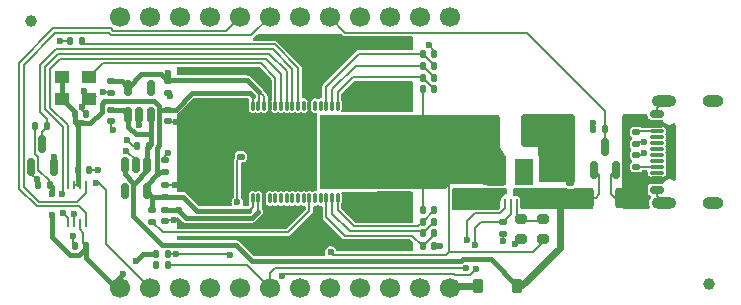
<source format=gtl>
G04 #@! TF.GenerationSoftware,KiCad,Pcbnew,8.0.1-8.0.1-1~ubuntu22.04.1*
G04 #@! TF.CreationDate,2024-08-12T13:14:35+02:00*
G04 #@! TF.ProjectId,NerdNOS,4e657264-4e4f-4532-9e6b-696361645f70,rev?*
G04 #@! TF.SameCoordinates,Original*
G04 #@! TF.FileFunction,Copper,L1,Top*
G04 #@! TF.FilePolarity,Positive*
%FSLAX46Y46*%
G04 Gerber Fmt 4.6, Leading zero omitted, Abs format (unit mm)*
G04 Created by KiCad (PCBNEW 8.0.1-8.0.1-1~ubuntu22.04.1) date 2024-08-12 13:14:35*
%MOMM*%
%LPD*%
G01*
G04 APERTURE LIST*
G04 Aperture macros list*
%AMRoundRect*
0 Rectangle with rounded corners*
0 $1 Rounding radius*
0 $2 $3 $4 $5 $6 $7 $8 $9 X,Y pos of 4 corners*
0 Add a 4 corners polygon primitive as box body*
4,1,4,$2,$3,$4,$5,$6,$7,$8,$9,$2,$3,0*
0 Add four circle primitives for the rounded corners*
1,1,$1+$1,$2,$3*
1,1,$1+$1,$4,$5*
1,1,$1+$1,$6,$7*
1,1,$1+$1,$8,$9*
0 Add four rect primitives between the rounded corners*
20,1,$1+$1,$2,$3,$4,$5,0*
20,1,$1+$1,$4,$5,$6,$7,0*
20,1,$1+$1,$6,$7,$8,$9,0*
20,1,$1+$1,$8,$9,$2,$3,0*%
%AMFreePoly0*
4,1,15,0.487499,0.487500,0.487499,0.321501,0.516499,0.250500,0.805500,-0.038499,0.876498,-0.067500,0.922500,-0.067498,1.022500,-0.167500,1.022500,-0.487499,0.922500,-0.587499,-0.487500,-0.587499,-0.587500,-0.487499,-0.587500,0.487500,-0.487500,0.587500,0.387500,0.587502,0.487499,0.487500,0.487499,0.487500,$1*%
%AMFreePoly1*
4,1,15,0.487500,0.587500,0.587500,0.487500,0.587500,-0.487499,0.487500,-0.587499,-0.922500,-0.587499,-1.022500,-0.487499,-1.022500,-0.167500,-0.922500,-0.067498,-0.876498,-0.067500,-0.805500,-0.038499,-0.516499,0.250500,-0.487499,0.321501,-0.487499,0.487500,-0.387500,0.587502,0.487500,0.587500,0.487500,0.587500,$1*%
G04 Aperture macros list end*
G04 #@! TA.AperFunction,SMDPad,CuDef*
%ADD10RoundRect,0.150000X0.150000X-0.512500X0.150000X0.512500X-0.150000X0.512500X-0.150000X-0.512500X0*%
G04 #@! TD*
G04 #@! TA.AperFunction,SMDPad,CuDef*
%ADD11RoundRect,0.135000X0.185000X-0.135000X0.185000X0.135000X-0.185000X0.135000X-0.185000X-0.135000X0*%
G04 #@! TD*
G04 #@! TA.AperFunction,SMDPad,CuDef*
%ADD12RoundRect,0.140000X-0.170000X0.140000X-0.170000X-0.140000X0.170000X-0.140000X0.170000X0.140000X0*%
G04 #@! TD*
G04 #@! TA.AperFunction,SMDPad,CuDef*
%ADD13RoundRect,0.140000X0.140000X0.170000X-0.140000X0.170000X-0.140000X-0.170000X0.140000X-0.170000X0*%
G04 #@! TD*
G04 #@! TA.AperFunction,SMDPad,CuDef*
%ADD14RoundRect,0.140000X-0.140000X-0.170000X0.140000X-0.170000X0.140000X0.170000X-0.140000X0.170000X0*%
G04 #@! TD*
G04 #@! TA.AperFunction,SMDPad,CuDef*
%ADD15RoundRect,0.140000X0.170000X-0.140000X0.170000X0.140000X-0.170000X0.140000X-0.170000X-0.140000X0*%
G04 #@! TD*
G04 #@! TA.AperFunction,SMDPad,CuDef*
%ADD16RoundRect,0.150000X0.150000X-0.587500X0.150000X0.587500X-0.150000X0.587500X-0.150000X-0.587500X0*%
G04 #@! TD*
G04 #@! TA.AperFunction,SMDPad,CuDef*
%ADD17RoundRect,0.135000X-0.185000X0.135000X-0.185000X-0.135000X0.185000X-0.135000X0.185000X0.135000X0*%
G04 #@! TD*
G04 #@! TA.AperFunction,SMDPad,CuDef*
%ADD18RoundRect,0.225000X-0.225000X-0.375000X0.225000X-0.375000X0.225000X0.375000X-0.225000X0.375000X0*%
G04 #@! TD*
G04 #@! TA.AperFunction,SMDPad,CuDef*
%ADD19FreePoly0,180.000000*%
G04 #@! TD*
G04 #@! TA.AperFunction,SMDPad,CuDef*
%ADD20R,1.500000X2.300000*%
G04 #@! TD*
G04 #@! TA.AperFunction,SMDPad,CuDef*
%ADD21FreePoly1,180.000000*%
G04 #@! TD*
G04 #@! TA.AperFunction,SMDPad,CuDef*
%ADD22R,0.220000X0.599999*%
G04 #@! TD*
G04 #@! TA.AperFunction,SMDPad,CuDef*
%ADD23RoundRect,0.150000X0.425000X-0.150000X0.425000X0.150000X-0.425000X0.150000X-0.425000X-0.150000X0*%
G04 #@! TD*
G04 #@! TA.AperFunction,SMDPad,CuDef*
%ADD24RoundRect,0.075000X0.500000X-0.075000X0.500000X0.075000X-0.500000X0.075000X-0.500000X-0.075000X0*%
G04 #@! TD*
G04 #@! TA.AperFunction,ComponentPad*
%ADD25O,2.100000X1.000000*%
G04 #@! TD*
G04 #@! TA.AperFunction,ComponentPad*
%ADD26O,1.800000X1.000000*%
G04 #@! TD*
G04 #@! TA.AperFunction,SMDPad,CuDef*
%ADD27RoundRect,0.135000X-0.135000X-0.185000X0.135000X-0.185000X0.135000X0.185000X-0.135000X0.185000X0*%
G04 #@! TD*
G04 #@! TA.AperFunction,SMDPad,CuDef*
%ADD28RoundRect,0.135000X0.135000X0.185000X-0.135000X0.185000X-0.135000X-0.185000X0.135000X-0.185000X0*%
G04 #@! TD*
G04 #@! TA.AperFunction,SMDPad,CuDef*
%ADD29R,1.300000X1.100000*%
G04 #@! TD*
G04 #@! TA.AperFunction,SMDPad,CuDef*
%ADD30C,1.000000*%
G04 #@! TD*
G04 #@! TA.AperFunction,SMDPad,CuDef*
%ADD31RoundRect,0.250000X-0.325000X-1.100000X0.325000X-1.100000X0.325000X1.100000X-0.325000X1.100000X0*%
G04 #@! TD*
G04 #@! TA.AperFunction,SMDPad,CuDef*
%ADD32RoundRect,0.250000X-0.312500X-0.625000X0.312500X-0.625000X0.312500X0.625000X-0.312500X0.625000X0*%
G04 #@! TD*
G04 #@! TA.AperFunction,SMDPad,CuDef*
%ADD33RoundRect,0.200000X-0.275000X0.200000X-0.275000X-0.200000X0.275000X-0.200000X0.275000X0.200000X0*%
G04 #@! TD*
G04 #@! TA.AperFunction,SMDPad,CuDef*
%ADD34RoundRect,0.200000X0.275000X-0.200000X0.275000X0.200000X-0.275000X0.200000X-0.275000X-0.200000X0*%
G04 #@! TD*
G04 #@! TA.AperFunction,SMDPad,CuDef*
%ADD35RoundRect,0.135000X-0.000010X0.295000X-0.000010X-0.295000X0.000010X-0.295000X0.000010X0.295000X0*%
G04 #@! TD*
G04 #@! TA.AperFunction,SMDPad,CuDef*
%ADD36R,1.850000X6.300000*%
G04 #@! TD*
G04 #@! TA.AperFunction,SMDPad,CuDef*
%ADD37R,5.550000X6.300000*%
G04 #@! TD*
G04 #@! TA.AperFunction,SMDPad,CuDef*
%ADD38R,0.254000X0.762000*%
G04 #@! TD*
G04 #@! TA.AperFunction,SMDPad,CuDef*
%ADD39RoundRect,0.150000X-0.150000X0.512500X-0.150000X-0.512500X0.150000X-0.512500X0.150000X0.512500X0*%
G04 #@! TD*
G04 #@! TA.AperFunction,SMDPad,CuDef*
%ADD40RoundRect,0.250000X0.475000X-0.250000X0.475000X0.250000X-0.475000X0.250000X-0.475000X-0.250000X0*%
G04 #@! TD*
G04 #@! TA.AperFunction,SMDPad,CuDef*
%ADD41RoundRect,0.225000X-0.250000X0.225000X-0.250000X-0.225000X0.250000X-0.225000X0.250000X0.225000X0*%
G04 #@! TD*
G04 #@! TA.AperFunction,ComponentPad*
%ADD42C,1.700000*%
G04 #@! TD*
G04 #@! TA.AperFunction,ViaPad*
%ADD43C,0.600000*%
G04 #@! TD*
G04 #@! TA.AperFunction,Conductor*
%ADD44C,0.200000*%
G04 #@! TD*
G04 #@! TA.AperFunction,Conductor*
%ADD45C,0.400000*%
G04 #@! TD*
G04 #@! TA.AperFunction,Conductor*
%ADD46C,0.600000*%
G04 #@! TD*
G04 APERTURE END LIST*
D10*
X90150001Y-63037500D03*
X91100000Y-63037500D03*
X92049999Y-63037500D03*
X92049999Y-60762500D03*
X90150001Y-60762500D03*
D11*
X133165000Y-65550000D03*
X133165000Y-64530000D03*
D12*
X93500000Y-62620000D03*
X93500000Y-63580000D03*
D13*
X116080000Y-59900000D03*
X115120000Y-59900000D03*
D14*
X85620000Y-74200000D03*
X86580000Y-74200000D03*
D15*
X127600000Y-69780000D03*
X127600000Y-68820000D03*
D16*
X81950000Y-67437500D03*
X83850000Y-67437500D03*
X82900000Y-65562500D03*
D13*
X116080000Y-57880000D03*
X115120000Y-57880000D03*
D17*
X133165000Y-66430000D03*
X133165000Y-67450000D03*
D12*
X88700000Y-62620000D03*
X88700000Y-63580000D03*
D11*
X92200000Y-72109999D03*
X92200000Y-71090001D03*
D18*
X119812500Y-77510000D03*
X123112500Y-77510000D03*
D19*
X123862500Y-69877499D03*
D20*
X123700001Y-67890000D03*
X121400001Y-67890000D03*
D21*
X121250001Y-69865000D03*
D22*
X122050002Y-70464999D03*
X122550001Y-70464999D03*
X123050000Y-70464999D03*
D23*
X134910000Y-69390000D03*
X134910000Y-68590000D03*
D24*
X134910000Y-67440000D03*
X134910000Y-66440000D03*
X134910000Y-65940000D03*
X134910000Y-64940000D03*
D23*
X134910000Y-62990000D03*
X134910000Y-63790000D03*
D24*
X134910000Y-64440000D03*
X134910000Y-65440000D03*
X134910000Y-66940000D03*
X134910000Y-67940000D03*
D25*
X135485000Y-70510000D03*
D26*
X139665000Y-70510000D03*
D25*
X135485000Y-61870000D03*
D26*
X139665000Y-61870000D03*
D14*
X115120000Y-74200000D03*
X116080000Y-74200000D03*
D15*
X93300000Y-69980000D03*
X93300000Y-69020000D03*
D27*
X129490000Y-64250000D03*
X130510000Y-64250000D03*
D14*
X115120000Y-73100000D03*
X116080000Y-73100000D03*
D28*
X93510000Y-74800000D03*
X92490000Y-74800000D03*
D13*
X116080000Y-58900000D03*
X115120000Y-58900000D03*
D27*
X92480002Y-75800000D03*
X93500000Y-75800000D03*
D29*
X84550000Y-61750000D03*
X86850000Y-61750000D03*
X86850000Y-59850000D03*
X84550000Y-59850000D03*
D13*
X86600000Y-63000000D03*
X85640000Y-63000000D03*
D30*
X139300000Y-77400000D03*
D31*
X121045000Y-64390000D03*
X123995000Y-64390000D03*
D15*
X93300000Y-67880000D03*
X93300000Y-66920000D03*
D14*
X85920000Y-67700000D03*
X86880000Y-67700000D03*
D32*
X129037500Y-70100000D03*
X131962500Y-70100000D03*
D12*
X93500000Y-60220000D03*
X93500000Y-61180000D03*
D33*
X123400000Y-71905000D03*
X123400000Y-73555000D03*
D28*
X83300000Y-64000000D03*
X82280000Y-64000000D03*
D34*
X125270000Y-73550000D03*
X125270000Y-71900000D03*
D35*
X107900000Y-62265400D03*
X107420000Y-62265400D03*
X106940000Y-62265400D03*
X106460000Y-62265400D03*
X105980000Y-62265400D03*
X105500000Y-62265400D03*
X105020000Y-62265400D03*
X104540000Y-62265400D03*
X104060000Y-62265400D03*
X103580000Y-62265400D03*
X103100000Y-62265400D03*
X102620000Y-62265400D03*
X102140000Y-62265400D03*
X101660000Y-62265400D03*
X101180000Y-62265400D03*
X100700000Y-62265400D03*
X100700000Y-70134600D03*
X101180000Y-70134600D03*
X101660000Y-70134600D03*
X102140000Y-70134600D03*
X102620000Y-70134600D03*
X103100000Y-70134600D03*
X103580000Y-70134600D03*
X104060000Y-70134600D03*
X104540000Y-70134600D03*
X105020000Y-70134600D03*
X105500000Y-70134600D03*
X105980000Y-70134600D03*
X106460000Y-70134600D03*
X106940000Y-70134600D03*
X107420000Y-70134600D03*
X107900000Y-70134600D03*
D36*
X107300000Y-66200000D03*
D37*
X103100000Y-66200000D03*
D38*
X85049811Y-72174800D03*
X85549937Y-72174800D03*
X86050063Y-72174800D03*
X86550189Y-72174800D03*
X86550189Y-69025200D03*
X86050063Y-69025200D03*
X85549937Y-69025200D03*
X85049811Y-69025200D03*
D13*
X91880000Y-65700000D03*
X90920000Y-65700000D03*
D12*
X88700000Y-60220000D03*
X88700000Y-61180000D03*
D14*
X115120000Y-72100000D03*
X116080000Y-72100000D03*
D27*
X85190000Y-56800000D03*
X86210000Y-56800000D03*
D14*
X115120000Y-71100000D03*
X116080000Y-71100000D03*
D17*
X99700000Y-65590000D03*
X99700000Y-66610000D03*
D39*
X91749999Y-67262500D03*
X90800000Y-67262500D03*
X89850001Y-67262500D03*
X89850001Y-69537500D03*
X91749999Y-69537500D03*
D16*
X129580000Y-67687500D03*
X131480000Y-67687500D03*
X130530000Y-65812500D03*
D13*
X116080000Y-60900000D03*
X115120000Y-60900000D03*
D12*
X93300000Y-71120000D03*
X93300000Y-72080000D03*
D40*
X125980000Y-69910000D03*
X125980000Y-68010000D03*
D30*
X81900000Y-55100000D03*
D41*
X119090000Y-68315000D03*
X119090000Y-69865000D03*
D28*
X83510000Y-69000000D03*
X82490000Y-69000000D03*
D17*
X121900000Y-72090000D03*
X121900000Y-73110000D03*
D42*
X89440000Y-77690000D03*
X91980000Y-77690000D03*
X94520000Y-77690000D03*
X97060000Y-77690000D03*
X99600000Y-77690000D03*
X102140000Y-77690000D03*
X104680000Y-77690000D03*
X107220000Y-77690000D03*
X109760000Y-77690000D03*
X112300000Y-77690000D03*
X114840000Y-77690000D03*
X117380000Y-77690000D03*
X117380000Y-54770000D03*
X114840000Y-54770000D03*
X112300000Y-54770000D03*
X109760000Y-54770000D03*
X107220000Y-54770000D03*
X104680000Y-54770000D03*
X102140000Y-54770000D03*
X99600000Y-54770000D03*
X97060000Y-54770000D03*
X94520000Y-54770000D03*
X91980000Y-54770000D03*
X89440000Y-54770000D03*
D43*
X87600000Y-67700000D03*
X99400000Y-65100000D03*
X104050000Y-65700000D03*
X101050000Y-64700000D03*
X126970000Y-64480000D03*
X105050000Y-66700000D03*
X85450063Y-73288993D03*
X115612851Y-57176045D03*
X129550000Y-63749990D03*
X104050000Y-64700000D03*
X105050000Y-63700000D03*
X126300000Y-65250000D03*
X120220000Y-69580000D03*
X101050000Y-68700000D03*
X84400000Y-56800000D03*
X102050000Y-66700000D03*
X103050000Y-63700000D03*
X107000000Y-57000000D03*
X90100000Y-65200000D03*
X119930000Y-70800000D03*
X113000000Y-62000000D03*
X117890000Y-70830000D03*
X103050000Y-68700000D03*
X103050000Y-64700000D03*
X105050000Y-68700000D03*
X125670000Y-64480000D03*
X104050000Y-63700000D03*
X104050000Y-66700000D03*
X101050000Y-65700000D03*
X88000000Y-61100000D03*
X85546787Y-71457468D03*
X101050000Y-63700000D03*
X93677036Y-61494171D03*
X116600000Y-74200000D03*
X102050000Y-64700000D03*
X122930000Y-74010000D03*
X86255604Y-62397971D03*
X103000000Y-74000000D03*
X94000000Y-72000000D03*
X103050000Y-66700000D03*
X105050000Y-67700000D03*
X133800000Y-66290000D03*
X94200000Y-63700000D03*
X105050000Y-64700000D03*
X94100000Y-69000000D03*
X126300000Y-63700000D03*
X102050000Y-68700000D03*
X91100000Y-63900000D03*
X96000000Y-64000000D03*
X86400000Y-61000000D03*
X117890000Y-69600000D03*
X125670000Y-65980000D03*
X101050000Y-67700000D03*
X104050000Y-68700000D03*
X121110000Y-70780000D03*
X109000000Y-57000000D03*
X103050000Y-67700000D03*
X101000000Y-74000000D03*
X104050000Y-67700000D03*
X88900000Y-64300000D03*
X126300000Y-66800000D03*
X96000000Y-66000000D03*
X93500000Y-66300000D03*
X105000000Y-74000000D03*
X102050000Y-67700000D03*
X105050000Y-65700000D03*
X133800000Y-65390000D03*
X105000000Y-57000000D03*
X121900000Y-73700000D03*
X102050000Y-63700000D03*
X101050000Y-66700000D03*
X90000000Y-66100000D03*
X126970000Y-65980000D03*
X96000000Y-68000000D03*
X102050000Y-65700000D03*
X103050000Y-65700000D03*
X83900000Y-66600000D03*
X113000000Y-70000000D03*
X93500000Y-59500000D03*
X94425735Y-71074265D03*
X107300000Y-74700000D03*
X83700000Y-71500000D03*
X90856372Y-75393628D03*
X89725000Y-76525000D03*
X83700000Y-69800000D03*
X103200000Y-76700000D03*
X119631266Y-76072899D03*
X119500000Y-74100000D03*
X99400000Y-70460000D03*
X98800000Y-74890000D03*
X94190000Y-74860000D03*
X84640790Y-71400000D03*
X84553031Y-69742747D03*
X82400000Y-68500000D03*
X87470000Y-68800000D03*
X118817720Y-73633399D03*
X118800000Y-76000000D03*
D44*
X121900000Y-72090000D02*
X120010000Y-72090000D01*
X120010000Y-72090000D02*
X119500000Y-72600000D01*
X119500000Y-72600000D02*
X119500000Y-74100000D01*
D45*
X92790000Y-65638528D02*
X92590000Y-65838528D01*
X85640000Y-63000000D02*
X85640000Y-62840000D01*
X92200000Y-69987501D02*
X92200000Y-71090001D01*
X86222444Y-63700000D02*
X86232444Y-63710000D01*
X91749999Y-69537500D02*
X91749999Y-68980001D01*
X93300000Y-67880000D02*
X92869999Y-67880000D01*
X92790000Y-62333027D02*
X92790000Y-65638528D01*
X93500000Y-62620000D02*
X92935551Y-62620000D01*
X92630000Y-68100000D02*
X92649999Y-68100000D01*
X88087500Y-61912500D02*
X92369473Y-61912500D01*
X85640000Y-62840000D02*
X84550000Y-61750000D01*
X85920000Y-63980000D02*
X85920000Y-65200000D01*
D44*
X100700000Y-70850000D02*
X100700000Y-70134600D01*
D45*
X91749999Y-68980001D02*
X92630000Y-68100000D01*
X93300000Y-69980000D02*
X92192499Y-69980000D01*
X92869999Y-67880000D02*
X92649999Y-68100000D01*
X94790000Y-69980000D02*
X95990000Y-71180000D01*
X85640000Y-63700000D02*
X86222444Y-63700000D01*
X100450000Y-61220000D02*
X95570000Y-61220000D01*
X85640000Y-63000000D02*
X85640000Y-63700000D01*
X86232444Y-63710000D02*
X86967556Y-63710000D01*
X87900000Y-62100000D02*
X88087500Y-61912500D01*
X93300000Y-69980000D02*
X94790000Y-69980000D01*
D44*
X100700000Y-62265400D02*
X100700000Y-61470000D01*
X85549937Y-69025200D02*
X86050063Y-69025200D01*
D45*
X95990000Y-71180000D02*
X100370000Y-71180000D01*
X95570000Y-61220000D02*
X94170000Y-62620000D01*
D44*
X100370000Y-71180000D02*
X100700000Y-70850000D01*
D45*
X92590000Y-65838528D02*
X92590000Y-68040001D01*
X86967556Y-63710000D02*
X87900000Y-62777556D01*
X92590000Y-68040001D02*
X92649999Y-68100000D01*
X85920000Y-65200000D02*
X85920000Y-68895137D01*
X85640000Y-63700000D02*
X85920000Y-63980000D01*
X92192499Y-69980000D02*
X91749999Y-69537500D01*
X92369473Y-61912500D02*
X92790000Y-62333027D01*
X100700000Y-61470000D02*
X100450000Y-61220000D01*
X84550000Y-59850000D02*
X84550000Y-61750000D01*
X94170000Y-62620000D02*
X93500000Y-62620000D01*
X87900000Y-62777556D02*
X87900000Y-62100000D01*
D44*
X99400000Y-65290000D02*
X99400000Y-65100000D01*
X133800000Y-65390000D02*
X133325000Y-65390000D01*
X90800000Y-67262500D02*
X90800000Y-66900000D01*
X94100000Y-69000000D02*
X93320000Y-69000000D01*
X134910000Y-69390000D02*
X134910000Y-69935000D01*
X116080000Y-57643194D02*
X116080000Y-57880000D01*
X83850000Y-67437500D02*
X83850000Y-66650000D01*
X86255604Y-62655604D02*
X86600000Y-63000000D01*
X93380000Y-72000000D02*
X93300000Y-72080000D01*
X102050000Y-67450000D02*
X102050000Y-67250000D01*
X93620000Y-63700000D02*
X93500000Y-63580000D01*
X91100000Y-63037500D02*
X91100000Y-63900000D01*
X90800000Y-66900000D02*
X90000000Y-66100000D01*
X101660000Y-68840000D02*
X102050000Y-68450000D01*
X83850000Y-66650000D02*
X83900000Y-66600000D01*
X103050000Y-66250000D02*
X103100000Y-66200000D01*
X101660000Y-70134600D02*
X101660000Y-69090000D01*
X102050000Y-68450000D02*
X101660000Y-68060000D01*
X115612851Y-57176045D02*
X116080000Y-57643194D01*
X88000000Y-61100000D02*
X88620000Y-61100000D01*
X93677036Y-61357036D02*
X93500000Y-61180000D01*
X94000000Y-72000000D02*
X93380000Y-72000000D01*
X105500000Y-62265400D02*
X105500000Y-63250000D01*
X84400000Y-56800000D02*
X85190000Y-56800000D01*
X85450063Y-73288993D02*
X85450063Y-74030063D01*
X122930000Y-74010000D02*
X122945000Y-74010000D01*
X133800000Y-66290000D02*
X133660000Y-66430000D01*
X86255604Y-62397971D02*
X86255604Y-62655604D01*
X88700000Y-63580000D02*
X88700000Y-64100000D01*
X134910000Y-62990000D02*
X134910000Y-62445000D01*
X102850000Y-66450000D02*
X103050000Y-66450000D01*
X121900000Y-73110000D02*
X121900000Y-73700000D01*
X102140000Y-63610000D02*
X102050000Y-63700000D01*
X129550000Y-64070000D02*
X129550000Y-63749990D01*
X122945000Y-74010000D02*
X123400000Y-73555000D01*
X93300000Y-66920000D02*
X93300000Y-66500000D01*
X102140000Y-62265400D02*
X102140000Y-63610000D01*
X105500000Y-63250000D02*
X105050000Y-63700000D01*
X85450063Y-74030063D02*
X85620000Y-74200000D01*
X86880000Y-67700000D02*
X87600000Y-67700000D01*
X93300000Y-66500000D02*
X93500000Y-66300000D01*
X93320000Y-69000000D02*
X93300000Y-69020000D01*
X93677036Y-61494171D02*
X93677036Y-61357036D01*
X86400000Y-61000000D02*
X86400000Y-61080000D01*
X101850000Y-67450000D02*
X102050000Y-67450000D01*
X133660000Y-66430000D02*
X133165000Y-66430000D01*
X88700000Y-64100000D02*
X88900000Y-64300000D01*
X99700000Y-65590000D02*
X99400000Y-65290000D01*
X101660000Y-69090000D02*
X102050000Y-68700000D01*
X101660000Y-68060000D02*
X101660000Y-67640000D01*
X88620000Y-61100000D02*
X88700000Y-61180000D01*
X102050000Y-67250000D02*
X102850000Y-66450000D01*
X103050000Y-66450000D02*
X103050000Y-66250000D01*
X101660000Y-67640000D02*
X101850000Y-67450000D01*
X116080000Y-74200000D02*
X116600000Y-74200000D01*
X134910000Y-69935000D02*
X135485000Y-70510000D01*
X90600000Y-65700000D02*
X90100000Y-65200000D01*
X94200000Y-63700000D02*
X93620000Y-63700000D01*
X134910000Y-62445000D02*
X135485000Y-61870000D01*
X86810000Y-61490000D02*
X87400000Y-61490000D01*
X86400000Y-61080000D02*
X86810000Y-61490000D01*
X85549937Y-71460618D02*
X85546787Y-71457468D01*
X85549937Y-72174800D02*
X85549937Y-71460618D01*
X90920000Y-65700000D02*
X90600000Y-65700000D01*
X106895000Y-60665000D02*
X106895000Y-62220400D01*
X115120000Y-57880000D02*
X109680000Y-57880000D01*
X106895000Y-62220400D02*
X106940000Y-62265400D01*
X116080000Y-58840000D02*
X115120000Y-57880000D01*
X116080000Y-58900000D02*
X116080000Y-58840000D01*
X109680000Y-57880000D02*
X106895000Y-60665000D01*
X107420000Y-60870000D02*
X107420000Y-62265400D01*
X115120000Y-58900000D02*
X115100000Y-58880000D01*
X115100000Y-58880000D02*
X109410000Y-58880000D01*
X116080000Y-59860000D02*
X115120000Y-58900000D01*
X115120000Y-58900000D02*
X115020000Y-58800000D01*
X116080000Y-59900000D02*
X116080000Y-59860000D01*
X109410000Y-58880000D02*
X107420000Y-60870000D01*
D45*
X90150001Y-60762500D02*
X91282501Y-59630000D01*
X93500000Y-60220000D02*
X93600000Y-60120000D01*
X93300000Y-71120000D02*
X94380000Y-71120000D01*
X93600000Y-60120000D02*
X100198528Y-60120000D01*
X94380000Y-71120000D02*
X95050000Y-71790000D01*
D44*
X101351471Y-61180000D02*
X101660000Y-61488529D01*
D45*
X94425735Y-71074265D02*
X94380000Y-71120000D01*
X89607501Y-60220000D02*
X90150001Y-60762500D01*
D44*
X101219264Y-62226136D02*
X101219264Y-61140736D01*
D45*
X93500000Y-60220000D02*
X93500000Y-59500000D01*
X91282501Y-59630000D02*
X92910000Y-59630000D01*
D44*
X101219264Y-61140736D02*
X101258528Y-61180000D01*
X101180000Y-71080000D02*
X101180000Y-70134600D01*
X101660000Y-61488529D02*
X101660000Y-62265400D01*
D45*
X100198528Y-60120000D02*
X101219264Y-61140736D01*
X92910000Y-59630000D02*
X93500000Y-60220000D01*
X100630000Y-71790000D02*
X101180000Y-71240000D01*
X95050000Y-71790000D02*
X100630000Y-71790000D01*
X88700000Y-60220000D02*
X89607501Y-60220000D01*
D44*
X101258528Y-61180000D02*
X101351471Y-61180000D01*
X101180000Y-71240000D02*
X101180000Y-71080000D01*
X101180000Y-62265400D02*
X101219264Y-62226136D01*
X107900000Y-61150000D02*
X107900000Y-62265400D01*
X116080000Y-60860000D02*
X115120000Y-59900000D01*
X116080000Y-60900000D02*
X116080000Y-60860000D01*
X115100000Y-59880000D02*
X109170000Y-59880000D01*
X115120000Y-59900000D02*
X115100000Y-59880000D01*
X109170000Y-59880000D02*
X107900000Y-61150000D01*
X115120000Y-63180000D02*
X115100000Y-63200000D01*
X115120000Y-60900000D02*
X115120000Y-63180000D01*
X115120000Y-71100000D02*
X115120000Y-68820000D01*
X117290000Y-74690000D02*
X117290000Y-68900000D01*
X125300000Y-73812500D02*
X124412500Y-74700000D01*
X124412500Y-74700000D02*
X117300000Y-74700000D01*
X117100000Y-74900000D02*
X117300000Y-74700000D01*
X115120000Y-68820000D02*
X115100000Y-68800000D01*
X107300000Y-74700000D02*
X107500000Y-74900000D01*
X117300000Y-74700000D02*
X117290000Y-74690000D01*
X107500000Y-74900000D02*
X117100000Y-74900000D01*
X114720000Y-72500000D02*
X115120000Y-72100000D01*
X109300000Y-72500000D02*
X114720000Y-72500000D01*
X116080000Y-71100000D02*
X116080000Y-71140000D01*
X107900000Y-71100000D02*
X109300000Y-72500000D01*
X107900000Y-70134600D02*
X107900000Y-71100000D01*
X116080000Y-71140000D02*
X115120000Y-72100000D01*
X107420000Y-70134600D02*
X107420000Y-71410000D01*
X116080000Y-72100000D02*
X116080000Y-72140000D01*
X116080000Y-72140000D02*
X115120000Y-73100000D01*
X108910000Y-72900000D02*
X114920000Y-72900000D01*
X107420000Y-71410000D02*
X108910000Y-72900000D01*
X114920000Y-72900000D02*
X115120000Y-73100000D01*
X116080000Y-73240000D02*
X115120000Y-74200000D01*
X114220000Y-73300000D02*
X115120000Y-74200000D01*
X106940000Y-70134600D02*
X106940000Y-71740000D01*
X108500000Y-73300000D02*
X114220000Y-73300000D01*
X116080000Y-73100000D02*
X116080000Y-73240000D01*
X106940000Y-71740000D02*
X108500000Y-73300000D01*
D45*
X100600000Y-75400000D02*
X118359033Y-75400000D01*
D46*
X126700000Y-72900000D02*
X126700000Y-74300000D01*
D45*
X90780000Y-64680000D02*
X90150001Y-64050001D01*
D46*
X125980000Y-69910000D02*
X127470000Y-69910000D01*
D45*
X89850001Y-68093026D02*
X90550000Y-68793025D01*
X90550000Y-71610000D02*
X92990000Y-74050000D01*
X91749999Y-67262500D02*
X91749999Y-67756975D01*
X90713949Y-68793025D02*
X90550000Y-68793025D01*
X92990000Y-74050000D02*
X99250000Y-74050000D01*
D44*
X130060000Y-68167500D02*
X129580000Y-67687500D01*
D45*
X92049999Y-65530001D02*
X91880000Y-65700000D01*
X90780000Y-64680000D02*
X92039999Y-64680000D01*
D46*
X126700000Y-72400000D02*
X126700000Y-72900000D01*
D45*
X90550000Y-68793025D02*
X90550000Y-71610000D01*
D46*
X125600000Y-69850000D02*
X126700000Y-70950000D01*
D45*
X91749999Y-67262500D02*
X91749999Y-65830001D01*
D46*
X126700000Y-70950000D02*
X126700000Y-72400000D01*
D45*
X118509033Y-75250000D02*
X120852500Y-75250000D01*
D46*
X123895001Y-69910000D02*
X123862500Y-69877499D01*
D44*
X129037500Y-70100000D02*
X129730000Y-70100000D01*
D46*
X129037500Y-70100000D02*
X127920000Y-70100000D01*
D45*
X91749999Y-65830001D02*
X91880000Y-65700000D01*
D44*
X129730000Y-70100000D02*
X130060000Y-69770000D01*
D45*
X91749999Y-67756975D02*
X90713949Y-68793025D01*
X92049999Y-64690000D02*
X92049999Y-65530001D01*
X92049999Y-63037500D02*
X92070000Y-63057501D01*
X99250000Y-74050000D02*
X100600000Y-75400000D01*
D46*
X126700000Y-74300000D02*
X123500000Y-77500000D01*
D44*
X130060000Y-69770000D02*
X130060000Y-68167500D01*
D45*
X89850001Y-67262500D02*
X89850001Y-68093026D01*
X92049999Y-63037500D02*
X92049999Y-64690000D01*
D46*
X127920000Y-70100000D02*
X127600000Y-69780000D01*
D45*
X90150001Y-64050001D02*
X90150001Y-63037500D01*
X88700000Y-62620000D02*
X89732501Y-62620000D01*
X92039999Y-64680000D02*
X92049999Y-64690000D01*
X89732501Y-62620000D02*
X90150001Y-63037500D01*
X118359033Y-75400000D02*
X118509033Y-75250000D01*
D46*
X125980000Y-69910000D02*
X123895001Y-69910000D01*
X127470000Y-69910000D02*
X127600000Y-69780000D01*
D45*
X120852500Y-75250000D02*
X123112500Y-77510000D01*
X88750000Y-77500000D02*
X88750000Y-77350000D01*
X89725000Y-76525000D02*
X88750000Y-77500000D01*
X83700000Y-73430000D02*
X85200000Y-74930000D01*
X85200000Y-74930000D02*
X86000000Y-74930000D01*
X83700000Y-69800000D02*
X83700000Y-69190000D01*
D44*
X86050063Y-72763527D02*
X86304837Y-73018301D01*
D45*
X83700000Y-71500000D02*
X83700000Y-73430000D01*
D44*
X83510000Y-69000000D02*
X83510000Y-68680001D01*
D45*
X88750000Y-77350000D02*
X86580000Y-75180000D01*
D44*
X86050063Y-72174800D02*
X86050063Y-72763527D01*
D45*
X86580000Y-75180000D02*
X86580000Y-74200000D01*
X91420000Y-74830000D02*
X92320000Y-74830000D01*
X83700000Y-69190000D02*
X83510000Y-69000000D01*
D44*
X83510000Y-68680001D02*
X82550000Y-67720001D01*
X82290000Y-66330552D02*
X82290000Y-64100000D01*
D45*
X86580000Y-74350000D02*
X86580000Y-74200000D01*
X86000000Y-74930000D02*
X86580000Y-74350000D01*
D44*
X86304837Y-73924837D02*
X86580000Y-74200000D01*
X82550000Y-66590552D02*
X82290000Y-66330552D01*
X82550000Y-67720001D02*
X82550000Y-66590552D01*
X86304837Y-73018301D02*
X86304837Y-73924837D01*
D45*
X90856372Y-75393628D02*
X91420000Y-74830000D01*
D44*
X117820000Y-76600000D02*
X117760000Y-76540000D01*
X117760000Y-76540000D02*
X103360000Y-76540000D01*
X119631266Y-76072899D02*
X119104165Y-76600000D01*
X103360000Y-76540000D02*
X103200000Y-76700000D01*
X119104165Y-76600000D02*
X117820000Y-76600000D01*
X123050000Y-71555000D02*
X123050000Y-70464999D01*
X123512500Y-72017500D02*
X123050000Y-71555000D01*
X123400000Y-71905000D02*
X123400000Y-71675000D01*
X124870000Y-72017500D02*
X123512500Y-72017500D01*
X105500000Y-71200000D02*
X105500000Y-70045000D01*
X103700000Y-73000000D02*
X105500000Y-71200000D01*
X93090001Y-73000000D02*
X103700000Y-73000000D01*
X92200000Y-72109999D02*
X93090001Y-73000000D01*
X82722811Y-58845818D02*
X82722811Y-62822811D01*
X83310000Y-63410000D02*
X83310000Y-64100000D01*
X82722811Y-62822811D02*
X83310000Y-63410000D01*
X102400000Y-57500000D02*
X84068628Y-57500000D01*
X104060000Y-62265400D02*
X104060000Y-59160000D01*
X84068628Y-57500000D02*
X82722811Y-58845818D01*
X104060000Y-59160000D02*
X102400000Y-57500000D01*
X82900000Y-64510000D02*
X83310000Y-64100000D01*
X82900000Y-65562500D02*
X82900000Y-64510000D01*
X88000000Y-58700000D02*
X101400000Y-58700000D01*
X101400000Y-58700000D02*
X102620000Y-59920000D01*
X102620000Y-59920000D02*
X102620000Y-62265400D01*
X86850000Y-59850000D02*
X88000000Y-58700000D01*
X116690000Y-77500000D02*
X116890000Y-77300000D01*
D46*
X117560000Y-77510000D02*
X117380000Y-77690000D01*
X119812500Y-77510000D02*
X117560000Y-77510000D01*
D44*
X93710000Y-74800000D02*
X94130000Y-74800000D01*
X98770000Y-74860000D02*
X98800000Y-74890000D01*
X94190000Y-74860000D02*
X98770000Y-74860000D01*
X94130000Y-74800000D02*
X94190000Y-74860000D01*
X99400000Y-66910000D02*
X99700000Y-66610000D01*
X93510000Y-75000000D02*
X93710000Y-74800000D01*
X99400000Y-70460000D02*
X99400000Y-66910000D01*
X133175000Y-67440000D02*
X134910000Y-67440000D01*
X133175000Y-64440000D02*
X134910000Y-64440000D01*
X84622811Y-69672967D02*
X84553031Y-69742747D01*
X102100000Y-57900000D02*
X103580000Y-59380000D01*
X83122811Y-62588497D02*
X83122811Y-59011504D01*
X84622811Y-64088497D02*
X84622811Y-69672967D01*
X85049811Y-71809021D02*
X84622811Y-71382021D01*
X84622811Y-64088497D02*
X83122811Y-62588497D01*
X83122811Y-59011504D02*
X84234314Y-57900000D01*
X103580000Y-59380000D02*
X103580000Y-62265400D01*
X84234314Y-57900000D02*
X102100000Y-57900000D01*
X85049811Y-72174800D02*
X85049811Y-71809021D01*
X83549811Y-59150189D02*
X84400000Y-58300000D01*
X85049811Y-63949811D02*
X83549811Y-62449811D01*
X83549811Y-62449811D02*
X83549811Y-59150189D01*
X103100000Y-59600000D02*
X103100000Y-62265400D01*
X85049811Y-69025200D02*
X85049811Y-63949811D01*
X101800000Y-58300000D02*
X103100000Y-59600000D01*
X84400000Y-58300000D02*
X101800000Y-58300000D01*
X104540000Y-59074314D02*
X104540000Y-62265400D01*
X86510000Y-57100000D02*
X102565686Y-57100000D01*
X102565686Y-57100000D02*
X104540000Y-59074314D01*
X86210000Y-56800000D02*
X86510000Y-57100000D01*
X91980000Y-77690000D02*
X88300000Y-74010000D01*
X81950000Y-67537500D02*
X81950000Y-68050000D01*
X87700000Y-68800000D02*
X87470000Y-68800000D01*
X88300000Y-69400000D02*
X87700000Y-68800000D01*
X88300000Y-74010000D02*
X88300000Y-69400000D01*
X81950000Y-68050000D02*
X82400000Y-68500000D01*
X82490000Y-69000000D02*
X82490000Y-68590000D01*
X82490000Y-68590000D02*
X82400000Y-68500000D01*
X102577919Y-76050000D02*
X102140000Y-76487919D01*
X118817720Y-72082280D02*
X118817720Y-73633399D01*
X122050002Y-70464999D02*
X122050002Y-70964998D01*
X118750000Y-76050000D02*
X102577919Y-76050000D01*
X93500000Y-75800000D02*
X100250000Y-75800000D01*
X119500000Y-71400000D02*
X118817720Y-72082280D01*
X100250000Y-75800000D02*
X102140000Y-77690000D01*
X122050002Y-70964998D02*
X121615000Y-71400000D01*
X102140000Y-76487919D02*
X102140000Y-77690000D01*
X121615000Y-71400000D02*
X119500000Y-71400000D01*
X118800000Y-76000000D02*
X118750000Y-76050000D01*
X81300000Y-69134314D02*
X81300000Y-58800000D01*
X81300000Y-58800000D02*
X84000000Y-56100000D01*
X82565686Y-70400000D02*
X81300000Y-69134314D01*
X85800000Y-70400000D02*
X82565686Y-70400000D01*
X88499999Y-56100000D02*
X88720000Y-56320000D01*
X84000000Y-56100000D02*
X88499999Y-56100000D01*
X86550189Y-69025200D02*
X86550189Y-69649811D01*
X88720000Y-56320000D02*
X100590000Y-56320000D01*
X100590000Y-56320000D02*
X102140000Y-54770000D01*
X86550189Y-69649811D02*
X85800000Y-70400000D01*
X83834314Y-55700000D02*
X88665685Y-55700000D01*
X88885685Y-55920000D02*
X98450000Y-55920000D01*
X80900000Y-69300000D02*
X80900000Y-58634314D01*
X86550189Y-72174800D02*
X86550189Y-71384504D01*
X88665685Y-55700000D02*
X88885685Y-55920000D01*
X98450000Y-55920000D02*
X99600000Y-54770000D01*
X82400000Y-70800000D02*
X80900000Y-69300000D01*
X80900000Y-58634314D02*
X83834314Y-55700000D01*
X85965685Y-70800000D02*
X82400000Y-70800000D01*
X86550189Y-71384504D02*
X85965685Y-70800000D01*
X131350000Y-70100000D02*
X131000000Y-69750000D01*
X131000000Y-69750000D02*
X131000000Y-68167500D01*
X131962500Y-70100000D02*
X131350000Y-70100000D01*
D46*
X133015000Y-68590000D02*
X133465000Y-68590000D01*
X132345000Y-63960000D02*
X132345000Y-67920000D01*
X134910000Y-63790000D02*
X134211606Y-63790000D01*
X131962500Y-70100000D02*
X133015000Y-69047500D01*
D44*
X131000000Y-68167500D02*
X131480000Y-67687500D01*
D46*
X132345000Y-67920000D02*
X133015000Y-68590000D01*
X132545000Y-63760000D02*
X132345000Y-63960000D01*
X134181606Y-63760000D02*
X132545000Y-63760000D01*
X134910000Y-68590000D02*
X135237563Y-68590000D01*
X134910000Y-68590000D02*
X134265000Y-68590000D01*
X133465000Y-68590000D02*
X134265000Y-68590000D01*
X133015000Y-69047500D02*
X133015000Y-68590000D01*
X134211606Y-63790000D02*
X134181606Y-63760000D01*
D44*
X130510000Y-65792500D02*
X130510000Y-64250000D01*
X130510000Y-62710000D02*
X123900000Y-56100000D01*
X130510000Y-64250000D02*
X130510000Y-62710000D01*
X108550000Y-56100000D02*
X107220000Y-54770000D01*
X130530000Y-65812500D02*
X130510000Y-65792500D01*
X123900000Y-56100000D02*
X108550000Y-56100000D01*
X122550001Y-71439999D02*
X121900000Y-72090000D01*
X122550001Y-70464999D02*
X122550001Y-71439999D01*
G04 #@! TA.AperFunction,Conductor*
G36*
X120760996Y-69297593D02*
G01*
X120772569Y-69309750D01*
X121614711Y-70419846D01*
X121630000Y-70465296D01*
X121630000Y-70928881D01*
X121612407Y-70977219D01*
X121607974Y-70982055D01*
X121512555Y-71077474D01*
X121465935Y-71099214D01*
X121459381Y-71099500D01*
X119460433Y-71099500D01*
X119457433Y-71100304D01*
X119438266Y-71102862D01*
X117665983Y-71109526D01*
X117617579Y-71092115D01*
X117591692Y-71047664D01*
X117590500Y-71034327D01*
X117590500Y-69355200D01*
X117608093Y-69306862D01*
X117652642Y-69281142D01*
X117665700Y-69280000D01*
X120712658Y-69280000D01*
X120760996Y-69297593D01*
G37*
G04 #@! TD.AperFunction*
G04 #@! TA.AperFunction,Conductor*
G36*
X127761980Y-63002383D02*
G01*
X127821480Y-63014218D01*
X127866175Y-63032730D01*
X127906272Y-63059522D01*
X127940477Y-63093727D01*
X127967267Y-63133822D01*
X127985781Y-63178517D01*
X127989542Y-63197427D01*
X127997617Y-63238022D01*
X128000000Y-63262210D01*
X128000000Y-68631287D01*
X127980315Y-68698326D01*
X127927511Y-68744081D01*
X127889502Y-68754550D01*
X127871872Y-68756481D01*
X127819470Y-68768097D01*
X127819469Y-68768097D01*
X127759602Y-68788419D01*
X127719745Y-68794999D01*
X127480255Y-68794999D01*
X127440398Y-68788419D01*
X127380531Y-68768097D01*
X127328126Y-68756480D01*
X127234064Y-68746179D01*
X127218725Y-68744500D01*
X127218724Y-68744500D01*
X125074501Y-68744500D01*
X125007462Y-68724815D01*
X124961707Y-68672011D01*
X124950501Y-68620500D01*
X124950500Y-66692129D01*
X124950499Y-66692123D01*
X124944092Y-66632516D01*
X124893798Y-66497671D01*
X124893796Y-66497668D01*
X124840975Y-66427108D01*
X124816558Y-66361646D01*
X124816245Y-66352072D01*
X124818457Y-65991534D01*
X124818456Y-65991533D01*
X124820000Y-65740000D01*
X124568463Y-65740000D01*
X123709403Y-65740000D01*
X123685379Y-65737650D01*
X123661429Y-65732920D01*
X123626263Y-65725975D01*
X123581823Y-65707710D01*
X123541889Y-65681264D01*
X123507726Y-65647473D01*
X123480844Y-65607831D01*
X123462093Y-65563591D01*
X123449773Y-65504609D01*
X123447160Y-65480613D01*
X123422901Y-63265024D01*
X123425050Y-63240653D01*
X123436392Y-63180636D01*
X123454661Y-63135483D01*
X123481351Y-63094941D01*
X123515607Y-63060308D01*
X123555854Y-63033176D01*
X123600807Y-63014413D01*
X123634772Y-63007608D01*
X123660693Y-63002416D01*
X123685050Y-63000000D01*
X127737789Y-63000000D01*
X127761980Y-63002383D01*
G37*
G04 #@! TD.AperFunction*
G04 #@! TA.AperFunction,Conductor*
G36*
X121373277Y-63032831D02*
G01*
X121432625Y-63044473D01*
X121477230Y-63062777D01*
X121501293Y-63078717D01*
X121517296Y-63089318D01*
X121551550Y-63123254D01*
X121578462Y-63163070D01*
X121597181Y-63207505D01*
X121609373Y-63266726D01*
X121611917Y-63290818D01*
X121628726Y-65576849D01*
X121630000Y-65750000D01*
X121659272Y-65804526D01*
X121659274Y-65804530D01*
X122106946Y-66638429D01*
X122113277Y-66652174D01*
X122127079Y-66687699D01*
X122134507Y-66716976D01*
X122139309Y-66754771D01*
X122140297Y-66769872D01*
X122148872Y-68785067D01*
X122146561Y-68809427D01*
X122134826Y-68869347D01*
X122116261Y-68914374D01*
X122089318Y-68954724D01*
X122054847Y-68989126D01*
X122014439Y-69015991D01*
X121969379Y-69034465D01*
X121909440Y-69046081D01*
X121885073Y-69048344D01*
X121804118Y-69047838D01*
X121662874Y-69046955D01*
X120588403Y-69040239D01*
X120580014Y-69039900D01*
X120565944Y-69038854D01*
X120558751Y-69038319D01*
X120542073Y-69035930D01*
X120521207Y-69031476D01*
X120513062Y-69029445D01*
X120328144Y-68976612D01*
X120284558Y-68964159D01*
X120233686Y-68949624D01*
X120233674Y-68949621D01*
X120233667Y-68949619D01*
X120233665Y-68949618D01*
X120200000Y-68940000D01*
X120164988Y-68940000D01*
X117508683Y-68940000D01*
X117390000Y-68940000D01*
X117314973Y-69031966D01*
X117314973Y-69031967D01*
X117163448Y-69217708D01*
X117143936Y-69236858D01*
X117090478Y-69278826D01*
X117041419Y-69302201D01*
X116975155Y-69317279D01*
X116947994Y-69320369D01*
X106652519Y-69349262D01*
X106628306Y-69346944D01*
X106568733Y-69335258D01*
X106523953Y-69316840D01*
X106483769Y-69290126D01*
X106449458Y-69255966D01*
X106422569Y-69215903D01*
X106403955Y-69171204D01*
X106392006Y-69111675D01*
X106389582Y-69087480D01*
X106389523Y-69050000D01*
X106380416Y-63322109D01*
X106382759Y-63297925D01*
X106388912Y-63266726D01*
X106394495Y-63238415D01*
X106412930Y-63193699D01*
X106439643Y-63153570D01*
X106473781Y-63119309D01*
X106513818Y-63092451D01*
X106558462Y-63073861D01*
X106617944Y-63061910D01*
X106642104Y-63059483D01*
X121349181Y-63030513D01*
X121373277Y-63032831D01*
G37*
G04 #@! TD.AperFunction*
G04 #@! TA.AperFunction,Conductor*
G36*
X106272402Y-70712305D02*
G01*
X106371827Y-70758668D01*
X106420683Y-70765100D01*
X106420684Y-70765100D01*
X106499323Y-70765100D01*
X106503366Y-70764835D01*
X106503425Y-70765742D01*
X106568344Y-70775863D01*
X106620602Y-70822240D01*
X106639500Y-70888039D01*
X106639500Y-71779562D01*
X106650330Y-71819979D01*
X106659979Y-71855990D01*
X106659980Y-71855991D01*
X106694331Y-71915489D01*
X106699540Y-71924511D01*
X106699542Y-71924514D01*
X107490518Y-72715489D01*
X108259540Y-73484511D01*
X108315489Y-73540460D01*
X108315491Y-73540461D01*
X108315495Y-73540464D01*
X108384004Y-73580017D01*
X108384011Y-73580021D01*
X108460438Y-73600500D01*
X108539562Y-73600500D01*
X114044167Y-73600500D01*
X114111206Y-73620185D01*
X114131848Y-73636819D01*
X114213681Y-73718652D01*
X114247166Y-73779975D01*
X114250000Y-73806333D01*
X114250000Y-74475500D01*
X114230315Y-74542539D01*
X114177511Y-74588294D01*
X114126000Y-74599500D01*
X107884016Y-74599500D01*
X107816977Y-74579815D01*
X107771222Y-74527012D01*
X107747697Y-74475500D01*
X107725377Y-74426627D01*
X107631128Y-74317857D01*
X107510053Y-74240047D01*
X107510051Y-74240046D01*
X107510049Y-74240045D01*
X107510050Y-74240045D01*
X107371963Y-74199500D01*
X107371961Y-74199500D01*
X107228039Y-74199500D01*
X107228036Y-74199500D01*
X107089949Y-74240045D01*
X106968873Y-74317856D01*
X106874623Y-74426626D01*
X106874622Y-74426628D01*
X106814834Y-74557543D01*
X106794353Y-74700000D01*
X106816097Y-74851235D01*
X106814279Y-74851496D01*
X106814278Y-74910438D01*
X106776502Y-74969215D01*
X106712945Y-74998238D01*
X106695302Y-74999500D01*
X100817255Y-74999500D01*
X100750216Y-74979815D01*
X100729574Y-74963181D01*
X99495915Y-73729522D01*
X99495913Y-73729520D01*
X99450250Y-73703156D01*
X99404589Y-73676793D01*
X99353657Y-73663146D01*
X99302727Y-73649500D01*
X94374000Y-73649500D01*
X94306961Y-73629815D01*
X94261206Y-73577011D01*
X94250000Y-73525500D01*
X94250000Y-73424500D01*
X94269685Y-73357461D01*
X94322489Y-73311706D01*
X94374000Y-73300500D01*
X103739560Y-73300500D01*
X103739562Y-73300500D01*
X103815989Y-73280021D01*
X103884511Y-73240460D01*
X103940460Y-73184511D01*
X105740460Y-71384511D01*
X105748585Y-71370438D01*
X105780021Y-71315989D01*
X105800500Y-71239562D01*
X105800500Y-70888039D01*
X105820185Y-70821000D01*
X105872989Y-70775245D01*
X105936576Y-70765717D01*
X105936634Y-70764835D01*
X105940677Y-70765100D01*
X105940684Y-70765100D01*
X106019317Y-70765100D01*
X106035601Y-70762956D01*
X106068173Y-70758668D01*
X106167596Y-70712305D01*
X106236672Y-70701814D01*
X106272402Y-70712305D01*
G37*
G04 #@! TD.AperFunction*
G04 #@! TA.AperFunction,Conductor*
G36*
X108290706Y-56269685D02*
G01*
X108311348Y-56286319D01*
X108365489Y-56340460D01*
X108365491Y-56340461D01*
X108365495Y-56340464D01*
X108434004Y-56380017D01*
X108434011Y-56380021D01*
X108510438Y-56400500D01*
X108510440Y-56400500D01*
X114126000Y-56400500D01*
X114193039Y-56420185D01*
X114238794Y-56472989D01*
X114250000Y-56524500D01*
X114250000Y-57455500D01*
X114230315Y-57522539D01*
X114177511Y-57568294D01*
X114126000Y-57579500D01*
X109640438Y-57579500D01*
X109564010Y-57599978D01*
X109495489Y-57639540D01*
X109495486Y-57639542D01*
X106654541Y-60480487D01*
X106654535Y-60480495D01*
X106614982Y-60549004D01*
X106614979Y-60549009D01*
X106594500Y-60625439D01*
X106594500Y-61510900D01*
X106574815Y-61577939D01*
X106522011Y-61623694D01*
X106470500Y-61634900D01*
X106420683Y-61634900D01*
X106371827Y-61641331D01*
X106371826Y-61641331D01*
X106272404Y-61687693D01*
X106203327Y-61698185D01*
X106167596Y-61687693D01*
X106068172Y-61641331D01*
X106019317Y-61634900D01*
X106019316Y-61634900D01*
X105940684Y-61634900D01*
X105940683Y-61634900D01*
X105891828Y-61641331D01*
X105784595Y-61691335D01*
X105700935Y-61774995D01*
X105650931Y-61882228D01*
X105644500Y-61931083D01*
X105644500Y-62599716D01*
X105650931Y-62648571D01*
X105650932Y-62648573D01*
X105700935Y-62755804D01*
X105784596Y-62839465D01*
X105891827Y-62889468D01*
X105940683Y-62895900D01*
X105940684Y-62895900D01*
X106019311Y-62895900D01*
X106019316Y-62895900D01*
X106035041Y-62893829D01*
X106104073Y-62904593D01*
X106156330Y-62950971D01*
X106175218Y-63018239D01*
X106174632Y-63028905D01*
X106174500Y-63030247D01*
X106174500Y-69369761D01*
X106174631Y-69371093D01*
X106174500Y-69371783D01*
X106174500Y-69375840D01*
X106173730Y-69375840D01*
X106161604Y-69439737D01*
X106113533Y-69490441D01*
X106045680Y-69507107D01*
X106035043Y-69506170D01*
X106019318Y-69504100D01*
X106019316Y-69504100D01*
X105940684Y-69504100D01*
X105940683Y-69504100D01*
X105891827Y-69510531D01*
X105891826Y-69510531D01*
X105792404Y-69556893D01*
X105723327Y-69567385D01*
X105687596Y-69556893D01*
X105588172Y-69510531D01*
X105539317Y-69504100D01*
X105539316Y-69504100D01*
X105460684Y-69504100D01*
X105460683Y-69504100D01*
X105411827Y-69510531D01*
X105411826Y-69510531D01*
X105312404Y-69556893D01*
X105243327Y-69567385D01*
X105207596Y-69556893D01*
X105108172Y-69510531D01*
X105059317Y-69504100D01*
X105059316Y-69504100D01*
X104980684Y-69504100D01*
X104980683Y-69504100D01*
X104931827Y-69510531D01*
X104931826Y-69510531D01*
X104832404Y-69556893D01*
X104763327Y-69567385D01*
X104727596Y-69556893D01*
X104628172Y-69510531D01*
X104579317Y-69504100D01*
X104579316Y-69504100D01*
X104500684Y-69504100D01*
X104500683Y-69504100D01*
X104451827Y-69510531D01*
X104451826Y-69510531D01*
X104352404Y-69556893D01*
X104283327Y-69567385D01*
X104247596Y-69556893D01*
X104148172Y-69510531D01*
X104099317Y-69504100D01*
X104099316Y-69504100D01*
X104020684Y-69504100D01*
X104020683Y-69504100D01*
X103971827Y-69510531D01*
X103971826Y-69510531D01*
X103872404Y-69556893D01*
X103803327Y-69567385D01*
X103767596Y-69556893D01*
X103668172Y-69510531D01*
X103619317Y-69504100D01*
X103619316Y-69504100D01*
X103540684Y-69504100D01*
X103540683Y-69504100D01*
X103491827Y-69510531D01*
X103491826Y-69510531D01*
X103392404Y-69556893D01*
X103323327Y-69567385D01*
X103287596Y-69556893D01*
X103188172Y-69510531D01*
X103139317Y-69504100D01*
X103139316Y-69504100D01*
X103060684Y-69504100D01*
X103060683Y-69504100D01*
X103011827Y-69510531D01*
X103011826Y-69510531D01*
X102912404Y-69556893D01*
X102843327Y-69567385D01*
X102807596Y-69556893D01*
X102708172Y-69510531D01*
X102659317Y-69504100D01*
X102659316Y-69504100D01*
X102580684Y-69504100D01*
X102580683Y-69504100D01*
X102531827Y-69510531D01*
X102531826Y-69510531D01*
X102432404Y-69556893D01*
X102363327Y-69567385D01*
X102327596Y-69556893D01*
X102228172Y-69510531D01*
X102179317Y-69504100D01*
X102179316Y-69504100D01*
X102100684Y-69504100D01*
X102100683Y-69504100D01*
X102051828Y-69510531D01*
X101944595Y-69560535D01*
X101860935Y-69644195D01*
X101810931Y-69751428D01*
X101804500Y-69800283D01*
X101804500Y-70468916D01*
X101810931Y-70517771D01*
X101854388Y-70610964D01*
X101860935Y-70625004D01*
X101944596Y-70708665D01*
X102051827Y-70758668D01*
X102100683Y-70765100D01*
X102100684Y-70765100D01*
X102179317Y-70765100D01*
X102195601Y-70762956D01*
X102228173Y-70758668D01*
X102327596Y-70712305D01*
X102396672Y-70701814D01*
X102432402Y-70712305D01*
X102531827Y-70758668D01*
X102580683Y-70765100D01*
X102580684Y-70765100D01*
X102659317Y-70765100D01*
X102675601Y-70762956D01*
X102708173Y-70758668D01*
X102807596Y-70712305D01*
X102876672Y-70701814D01*
X102912402Y-70712305D01*
X103011827Y-70758668D01*
X103060683Y-70765100D01*
X103060684Y-70765100D01*
X103139317Y-70765100D01*
X103155601Y-70762956D01*
X103188173Y-70758668D01*
X103287596Y-70712305D01*
X103356672Y-70701814D01*
X103392402Y-70712305D01*
X103491827Y-70758668D01*
X103540683Y-70765100D01*
X103540684Y-70765100D01*
X103619317Y-70765100D01*
X103635601Y-70762956D01*
X103668173Y-70758668D01*
X103767596Y-70712305D01*
X103836672Y-70701814D01*
X103872402Y-70712305D01*
X103971827Y-70758668D01*
X104020683Y-70765100D01*
X104020684Y-70765100D01*
X104099317Y-70765100D01*
X104115601Y-70762956D01*
X104148173Y-70758668D01*
X104247596Y-70712305D01*
X104316672Y-70701814D01*
X104352402Y-70712305D01*
X104451827Y-70758668D01*
X104500683Y-70765100D01*
X104500684Y-70765100D01*
X104579317Y-70765100D01*
X104595601Y-70762956D01*
X104628173Y-70758668D01*
X104727596Y-70712305D01*
X104796672Y-70701814D01*
X104832402Y-70712305D01*
X104931827Y-70758668D01*
X104980683Y-70765100D01*
X104980684Y-70765100D01*
X105059323Y-70765100D01*
X105063366Y-70764835D01*
X105063425Y-70765742D01*
X105128344Y-70775863D01*
X105180602Y-70822240D01*
X105199500Y-70888039D01*
X105199500Y-71024167D01*
X105179815Y-71091206D01*
X105163181Y-71111848D01*
X103611848Y-72663181D01*
X103550525Y-72696666D01*
X103524167Y-72699500D01*
X94374000Y-72699500D01*
X94306961Y-72679815D01*
X94261206Y-72627011D01*
X94250000Y-72575500D01*
X94250000Y-71855755D01*
X94269685Y-71788716D01*
X94322489Y-71742961D01*
X94391647Y-71733017D01*
X94455203Y-71762042D01*
X94461681Y-71768074D01*
X94804087Y-72110480D01*
X94895412Y-72163207D01*
X94997273Y-72190500D01*
X94997275Y-72190500D01*
X100682725Y-72190500D01*
X100682727Y-72190500D01*
X100784588Y-72163207D01*
X100875913Y-72110480D01*
X101500480Y-71485913D01*
X101553206Y-71394588D01*
X101580500Y-71292727D01*
X101580500Y-71187273D01*
X101553206Y-71085413D01*
X101500480Y-70994088D01*
X101497112Y-70988254D01*
X101480500Y-70926255D01*
X101480500Y-70606526D01*
X101492118Y-70554121D01*
X101509068Y-70517773D01*
X101515500Y-70468916D01*
X101515500Y-69800284D01*
X101509068Y-69751427D01*
X101459065Y-69644196D01*
X101375404Y-69560535D01*
X101268173Y-69510532D01*
X101268171Y-69510531D01*
X101268172Y-69510531D01*
X101219317Y-69504100D01*
X101219316Y-69504100D01*
X101140684Y-69504100D01*
X101140683Y-69504100D01*
X101091827Y-69510531D01*
X101091826Y-69510531D01*
X100992404Y-69556893D01*
X100923327Y-69567385D01*
X100887596Y-69556893D01*
X100788172Y-69510531D01*
X100739317Y-69504100D01*
X100739316Y-69504100D01*
X100660684Y-69504100D01*
X100660683Y-69504100D01*
X100611828Y-69510531D01*
X100504595Y-69560535D01*
X100420935Y-69644195D01*
X100370931Y-69751428D01*
X100364500Y-69800283D01*
X100364500Y-70468916D01*
X100370931Y-70517771D01*
X100387882Y-70554121D01*
X100399500Y-70606526D01*
X100399500Y-70655500D01*
X100379815Y-70722539D01*
X100327011Y-70768294D01*
X100275500Y-70779500D01*
X99997260Y-70779500D01*
X99930221Y-70759815D01*
X99884466Y-70707011D01*
X99874522Y-70637853D01*
X99884464Y-70603991D01*
X99885165Y-70602457D01*
X99905647Y-70460000D01*
X99885165Y-70317543D01*
X99825377Y-70186627D01*
X99825375Y-70186625D01*
X99825374Y-70186622D01*
X99730787Y-70077462D01*
X99701762Y-70013906D01*
X99700500Y-69996260D01*
X99700500Y-67204500D01*
X99720185Y-67137461D01*
X99772989Y-67091706D01*
X99824500Y-67080500D01*
X99924317Y-67080500D01*
X99940601Y-67078356D01*
X99973173Y-67074068D01*
X100080404Y-67024065D01*
X100164065Y-66940404D01*
X100214068Y-66833173D01*
X100220500Y-66784316D01*
X100220500Y-66435684D01*
X100214068Y-66386827D01*
X100164065Y-66279596D01*
X100080404Y-66195935D01*
X99973173Y-66145932D01*
X99973171Y-66145931D01*
X99973172Y-66145931D01*
X99924317Y-66139500D01*
X99924316Y-66139500D01*
X99475684Y-66139500D01*
X99475683Y-66139500D01*
X99426828Y-66145931D01*
X99319595Y-66195935D01*
X99235935Y-66279595D01*
X99185931Y-66386828D01*
X99179500Y-66435683D01*
X99179500Y-66657691D01*
X99162888Y-66719690D01*
X99119979Y-66794010D01*
X99099500Y-66870439D01*
X99099500Y-69996260D01*
X99079815Y-70063299D01*
X99069213Y-70077462D01*
X98974625Y-70186622D01*
X98974622Y-70186628D01*
X98914834Y-70317543D01*
X98894353Y-70460000D01*
X98914834Y-70602455D01*
X98915536Y-70603991D01*
X98915776Y-70605662D01*
X98917333Y-70610964D01*
X98916570Y-70611187D01*
X98925477Y-70673150D01*
X98896451Y-70736705D01*
X98837672Y-70774478D01*
X98802740Y-70779500D01*
X96207255Y-70779500D01*
X96140216Y-70759815D01*
X96119574Y-70743181D01*
X95035915Y-69659522D01*
X95035913Y-69659520D01*
X94990250Y-69633156D01*
X94944589Y-69606793D01*
X94893657Y-69593146D01*
X94842727Y-69579500D01*
X94374000Y-69579500D01*
X94306961Y-69559815D01*
X94261206Y-69507011D01*
X94250000Y-69455500D01*
X94250000Y-63106956D01*
X94269685Y-63039917D01*
X94317999Y-62998051D01*
X94317549Y-62997271D01*
X94321600Y-62994931D01*
X94322489Y-62994162D01*
X94324298Y-62993373D01*
X94324583Y-62993208D01*
X94324588Y-62993207D01*
X94415913Y-62940480D01*
X95699574Y-61656819D01*
X95760897Y-61623334D01*
X95787255Y-61620500D01*
X100232745Y-61620500D01*
X100299784Y-61640185D01*
X100320426Y-61656819D01*
X100363181Y-61699574D01*
X100396666Y-61760897D01*
X100399500Y-61787255D01*
X100399500Y-61793473D01*
X100387882Y-61845877D01*
X100370931Y-61882226D01*
X100370931Y-61882227D01*
X100364500Y-61931083D01*
X100364500Y-62599716D01*
X100370931Y-62648571D01*
X100370932Y-62648573D01*
X100420935Y-62755804D01*
X100504596Y-62839465D01*
X100611827Y-62889468D01*
X100660683Y-62895900D01*
X100660684Y-62895900D01*
X100739317Y-62895900D01*
X100755601Y-62893756D01*
X100788173Y-62889468D01*
X100887596Y-62843105D01*
X100956672Y-62832614D01*
X100992402Y-62843105D01*
X101091827Y-62889468D01*
X101140683Y-62895900D01*
X101140684Y-62895900D01*
X101219317Y-62895900D01*
X101235601Y-62893756D01*
X101268173Y-62889468D01*
X101367596Y-62843105D01*
X101436672Y-62832614D01*
X101472402Y-62843105D01*
X101571827Y-62889468D01*
X101620683Y-62895900D01*
X101620684Y-62895900D01*
X101699317Y-62895900D01*
X101715601Y-62893756D01*
X101748173Y-62889468D01*
X101855404Y-62839465D01*
X101939065Y-62755804D01*
X101989068Y-62648573D01*
X101995500Y-62599716D01*
X101995500Y-61931084D01*
X101989068Y-61882227D01*
X101972118Y-61845877D01*
X101960500Y-61793473D01*
X101960500Y-61448968D01*
X101940020Y-61372538D01*
X101940017Y-61372533D01*
X101900464Y-61304024D01*
X101900458Y-61304016D01*
X101616898Y-61020456D01*
X101598084Y-60992293D01*
X101596535Y-60993188D01*
X101542455Y-60899520D01*
X101539744Y-60894824D01*
X100444441Y-59799520D01*
X100398778Y-59773156D01*
X100353117Y-59746793D01*
X100302185Y-59733146D01*
X100251255Y-59719500D01*
X100251254Y-59719500D01*
X94374000Y-59719500D01*
X94306961Y-59699815D01*
X94261206Y-59647011D01*
X94250000Y-59595500D01*
X94250000Y-59124500D01*
X94269685Y-59057461D01*
X94322489Y-59011706D01*
X94374000Y-59000500D01*
X101224167Y-59000500D01*
X101291206Y-59020185D01*
X101311848Y-59036819D01*
X102283181Y-60008152D01*
X102316666Y-60069475D01*
X102319500Y-60095833D01*
X102319500Y-61793473D01*
X102307882Y-61845877D01*
X102290931Y-61882226D01*
X102290931Y-61882227D01*
X102284500Y-61931083D01*
X102284500Y-62599716D01*
X102290931Y-62648571D01*
X102290932Y-62648573D01*
X102340935Y-62755804D01*
X102424596Y-62839465D01*
X102531827Y-62889468D01*
X102580683Y-62895900D01*
X102580684Y-62895900D01*
X102659317Y-62895900D01*
X102675601Y-62893756D01*
X102708173Y-62889468D01*
X102807596Y-62843105D01*
X102876672Y-62832614D01*
X102912402Y-62843105D01*
X103011827Y-62889468D01*
X103060683Y-62895900D01*
X103060684Y-62895900D01*
X103139317Y-62895900D01*
X103155601Y-62893756D01*
X103188173Y-62889468D01*
X103287596Y-62843105D01*
X103356672Y-62832614D01*
X103392402Y-62843105D01*
X103491827Y-62889468D01*
X103540683Y-62895900D01*
X103540684Y-62895900D01*
X103619317Y-62895900D01*
X103635601Y-62893756D01*
X103668173Y-62889468D01*
X103767596Y-62843105D01*
X103836672Y-62832614D01*
X103872402Y-62843105D01*
X103971827Y-62889468D01*
X104020683Y-62895900D01*
X104020684Y-62895900D01*
X104099317Y-62895900D01*
X104115601Y-62893756D01*
X104148173Y-62889468D01*
X104247596Y-62843105D01*
X104316672Y-62832614D01*
X104352402Y-62843105D01*
X104451827Y-62889468D01*
X104500683Y-62895900D01*
X104500684Y-62895900D01*
X104579317Y-62895900D01*
X104595601Y-62893756D01*
X104628173Y-62889468D01*
X104727596Y-62843105D01*
X104796672Y-62832614D01*
X104832402Y-62843105D01*
X104931827Y-62889468D01*
X104980683Y-62895900D01*
X104980684Y-62895900D01*
X105059317Y-62895900D01*
X105075601Y-62893756D01*
X105108173Y-62889468D01*
X105215404Y-62839465D01*
X105299065Y-62755804D01*
X105349068Y-62648573D01*
X105355500Y-62599716D01*
X105355500Y-61931084D01*
X105349068Y-61882227D01*
X105299065Y-61774996D01*
X105215404Y-61691335D01*
X105108173Y-61641332D01*
X105108171Y-61641331D01*
X105108172Y-61641331D01*
X105059317Y-61634900D01*
X105059316Y-61634900D01*
X104980684Y-61634900D01*
X104980677Y-61634900D01*
X104980662Y-61634902D01*
X104980657Y-61634901D01*
X104976634Y-61635165D01*
X104976574Y-61634263D01*
X104911629Y-61624123D01*
X104859382Y-61577734D01*
X104840500Y-61511960D01*
X104840500Y-59034753D01*
X104840500Y-59034752D01*
X104831054Y-58999500D01*
X104820022Y-58958326D01*
X104780460Y-58889803D01*
X102750197Y-56859540D01*
X102750195Y-56859539D01*
X102750190Y-56859535D01*
X102681681Y-56819982D01*
X102681676Y-56819979D01*
X102656199Y-56813152D01*
X102605248Y-56799500D01*
X100823256Y-56799500D01*
X100756217Y-56779815D01*
X100710462Y-56727011D01*
X100700518Y-56657853D01*
X100729543Y-56594297D01*
X100761257Y-56568112D01*
X100774511Y-56560460D01*
X100830460Y-56504511D01*
X101048652Y-56286319D01*
X101109975Y-56252834D01*
X101136333Y-56250000D01*
X108223667Y-56250000D01*
X108290706Y-56269685D01*
G37*
G04 #@! TD.AperFunction*
G04 #@! TA.AperFunction,Conductor*
G36*
X114192746Y-69553286D02*
G01*
X114238649Y-69605961D01*
X114250000Y-69657789D01*
X114250000Y-72075500D01*
X114230315Y-72142539D01*
X114177511Y-72188294D01*
X114126000Y-72199500D01*
X109475833Y-72199500D01*
X109408794Y-72179815D01*
X109388152Y-72163181D01*
X108236819Y-71011848D01*
X108203334Y-70950525D01*
X108200500Y-70924167D01*
X108200500Y-70606526D01*
X108212118Y-70554121D01*
X108229068Y-70517773D01*
X108235500Y-70468916D01*
X108235500Y-69800284D01*
X108229068Y-69751427D01*
X108217425Y-69726459D01*
X108206933Y-69657386D01*
X108235451Y-69593601D01*
X108293927Y-69555361D01*
X108329457Y-69550056D01*
X114125655Y-69533790D01*
X114192746Y-69553286D01*
G37*
G04 #@! TD.AperFunction*
G04 #@! TA.AperFunction,Conductor*
G36*
X114193039Y-60200185D02*
G01*
X114238794Y-60252989D01*
X114250000Y-60304500D01*
X114250000Y-62715238D01*
X114230315Y-62782277D01*
X114177511Y-62828032D01*
X114126244Y-62839238D01*
X108329719Y-62850657D01*
X108262641Y-62831104D01*
X108216782Y-62778391D01*
X108206703Y-62709252D01*
X108217091Y-62674257D01*
X108229068Y-62648573D01*
X108235500Y-62599716D01*
X108235500Y-61931084D01*
X108229068Y-61882227D01*
X108212118Y-61845877D01*
X108200500Y-61793473D01*
X108200500Y-61325833D01*
X108220185Y-61258794D01*
X108236819Y-61238152D01*
X109258152Y-60216819D01*
X109319475Y-60183334D01*
X109345833Y-60180500D01*
X114126000Y-60180500D01*
X114193039Y-60200185D01*
G37*
G04 #@! TD.AperFunction*
G04 #@! TA.AperFunction,Conductor*
G36*
X127271129Y-69261617D02*
G01*
X127340513Y-69293972D01*
X127390099Y-69300500D01*
X127809900Y-69300499D01*
X127859487Y-69293972D01*
X127928870Y-69261617D01*
X127981275Y-69250000D01*
X129426000Y-69250000D01*
X129493039Y-69269685D01*
X129538794Y-69322489D01*
X129550000Y-69374000D01*
X129550000Y-70876000D01*
X129530315Y-70943039D01*
X129477511Y-70988794D01*
X129426000Y-71000000D01*
X123474500Y-71000000D01*
X123407461Y-70980315D01*
X123361706Y-70927511D01*
X123350500Y-70876000D01*
X123350500Y-70847231D01*
X123352883Y-70823038D01*
X123360500Y-70784748D01*
X123360500Y-70145248D01*
X123360499Y-70145246D01*
X123348868Y-70086769D01*
X123348867Y-70086768D01*
X123304552Y-70020446D01*
X123238230Y-69976131D01*
X123238229Y-69976130D01*
X123179752Y-69964499D01*
X123179748Y-69964499D01*
X122920252Y-69964499D01*
X122920251Y-69964499D01*
X122898189Y-69968887D01*
X122828598Y-69962658D01*
X122773421Y-69919794D01*
X122750178Y-69853904D01*
X122750000Y-69847269D01*
X122750000Y-69374000D01*
X122769685Y-69306961D01*
X122822489Y-69261206D01*
X122874000Y-69250000D01*
X127218725Y-69250000D01*
X127271129Y-69261617D01*
G37*
G04 #@! TD.AperFunction*
G04 #@! TA.AperFunction,Conductor*
G36*
X134077539Y-63019685D02*
G01*
X134123294Y-63072489D01*
X134134500Y-63124000D01*
X134134500Y-63173260D01*
X134144426Y-63241391D01*
X134195803Y-63346485D01*
X134278514Y-63429196D01*
X134278515Y-63429196D01*
X134278517Y-63429198D01*
X134383607Y-63480573D01*
X134417673Y-63485536D01*
X134451739Y-63490500D01*
X135358863Y-63490500D01*
X135425902Y-63510185D01*
X135466250Y-63552500D01*
X135524482Y-63653361D01*
X135524484Y-63653363D01*
X135524485Y-63653365D01*
X135631635Y-63760515D01*
X135762865Y-63836281D01*
X135909234Y-63875500D01*
X135909236Y-63875500D01*
X136060764Y-63875500D01*
X136060766Y-63875500D01*
X136207135Y-63836281D01*
X136314001Y-63774581D01*
X136381899Y-63758109D01*
X136447926Y-63780961D01*
X136491117Y-63835882D01*
X136500000Y-63881969D01*
X136500000Y-68498030D01*
X136480315Y-68565069D01*
X136427511Y-68610824D01*
X136358353Y-68620768D01*
X136314000Y-68605417D01*
X136207138Y-68543720D01*
X136207135Y-68543719D01*
X136060766Y-68504500D01*
X135909234Y-68504500D01*
X135762863Y-68543719D01*
X135631635Y-68619485D01*
X135631632Y-68619487D01*
X135524487Y-68726632D01*
X135524482Y-68726638D01*
X135466250Y-68827500D01*
X135415683Y-68875716D01*
X135358863Y-68889500D01*
X134451739Y-68889500D01*
X134383608Y-68899426D01*
X134278514Y-68950803D01*
X134195803Y-69033514D01*
X134144426Y-69138608D01*
X134134500Y-69206739D01*
X134134500Y-69573260D01*
X134144426Y-69641391D01*
X134195803Y-69746485D01*
X134278514Y-69829196D01*
X134278515Y-69829196D01*
X134278517Y-69829198D01*
X134355303Y-69866736D01*
X134406886Y-69913864D01*
X134424800Y-69981398D01*
X134403359Y-70047897D01*
X134394529Y-70058566D01*
X134394751Y-70058748D01*
X134390885Y-70063458D01*
X134314228Y-70178182D01*
X134314221Y-70178195D01*
X134261421Y-70305667D01*
X134261418Y-70305677D01*
X134234500Y-70441004D01*
X134234500Y-70441007D01*
X134234500Y-70578993D01*
X134234500Y-70578995D01*
X134234499Y-70578995D01*
X134261418Y-70714322D01*
X134261420Y-70714328D01*
X134308731Y-70828547D01*
X134316200Y-70898017D01*
X134284925Y-70960496D01*
X134224836Y-70996148D01*
X134194170Y-71000000D01*
X132124000Y-71000000D01*
X132056961Y-70980315D01*
X132011206Y-70927511D01*
X132000000Y-70876000D01*
X132000000Y-67624316D01*
X132644500Y-67624316D01*
X132650931Y-67673171D01*
X132650932Y-67673173D01*
X132700935Y-67780404D01*
X132784596Y-67864065D01*
X132891827Y-67914068D01*
X132940683Y-67920500D01*
X132940684Y-67920500D01*
X133389317Y-67920500D01*
X133405601Y-67918356D01*
X133438173Y-67914068D01*
X133545404Y-67864065D01*
X133629065Y-67780404D01*
X133629065Y-67780403D01*
X133632650Y-67776819D01*
X133693973Y-67743334D01*
X133720331Y-67740500D01*
X134010500Y-67740500D01*
X134077539Y-67760185D01*
X134123294Y-67812989D01*
X134134500Y-67864499D01*
X134134500Y-68042129D01*
X134150485Y-68122495D01*
X134211375Y-68213624D01*
X134247876Y-68238013D01*
X134302505Y-68274515D01*
X134302508Y-68274515D01*
X134302509Y-68274516D01*
X134329533Y-68279891D01*
X134382867Y-68290500D01*
X135437132Y-68290499D01*
X135517495Y-68274515D01*
X135608624Y-68213624D01*
X135669515Y-68122495D01*
X135685500Y-68042133D01*
X135685499Y-67837868D01*
X135669515Y-67757505D01*
X135669513Y-67757502D01*
X135664841Y-67746222D01*
X135666285Y-67745623D01*
X135649563Y-67692211D01*
X135665517Y-67634056D01*
X135664842Y-67633777D01*
X135667070Y-67628396D01*
X135668049Y-67624831D01*
X135669452Y-67622647D01*
X135669516Y-67622493D01*
X135685499Y-67542136D01*
X135685500Y-67542133D01*
X135685499Y-67337868D01*
X135669515Y-67257505D01*
X135669513Y-67257502D01*
X135664841Y-67246222D01*
X135666285Y-67245623D01*
X135649563Y-67192211D01*
X135665517Y-67134056D01*
X135664842Y-67133777D01*
X135667070Y-67128396D01*
X135668049Y-67124831D01*
X135669452Y-67122647D01*
X135669516Y-67122493D01*
X135685499Y-67042136D01*
X135685500Y-67042133D01*
X135685499Y-66837870D01*
X135685499Y-66837868D01*
X135669515Y-66757505D01*
X135669513Y-66757502D01*
X135664841Y-66746222D01*
X135666285Y-66745623D01*
X135649563Y-66692211D01*
X135665517Y-66634056D01*
X135664842Y-66633777D01*
X135667070Y-66628396D01*
X135668049Y-66624831D01*
X135669452Y-66622647D01*
X135669516Y-66622493D01*
X135685499Y-66542136D01*
X135685500Y-66542133D01*
X135685499Y-66337868D01*
X135669515Y-66257505D01*
X135669513Y-66257502D01*
X135664841Y-66246222D01*
X135666285Y-66245623D01*
X135649563Y-66192211D01*
X135665517Y-66134056D01*
X135664842Y-66133777D01*
X135667070Y-66128396D01*
X135668049Y-66124831D01*
X135669452Y-66122647D01*
X135669516Y-66122493D01*
X135685499Y-66042136D01*
X135685500Y-66042133D01*
X135685499Y-65837868D01*
X135669515Y-65757505D01*
X135669513Y-65757502D01*
X135664841Y-65746222D01*
X135666285Y-65745623D01*
X135649563Y-65692211D01*
X135665517Y-65634056D01*
X135664842Y-65633777D01*
X135667070Y-65628396D01*
X135668049Y-65624831D01*
X135669452Y-65622647D01*
X135669516Y-65622493D01*
X135685499Y-65542136D01*
X135685500Y-65542133D01*
X135685499Y-65337868D01*
X135669515Y-65257505D01*
X135669513Y-65257502D01*
X135664841Y-65246222D01*
X135666285Y-65245623D01*
X135649563Y-65192211D01*
X135665517Y-65134056D01*
X135664842Y-65133777D01*
X135667070Y-65128396D01*
X135668049Y-65124831D01*
X135669452Y-65122647D01*
X135669516Y-65122493D01*
X135685499Y-65042136D01*
X135685500Y-65042133D01*
X135685499Y-64837868D01*
X135669515Y-64757505D01*
X135669513Y-64757502D01*
X135664841Y-64746222D01*
X135666285Y-64745623D01*
X135649563Y-64692211D01*
X135665517Y-64634056D01*
X135664842Y-64633777D01*
X135667070Y-64628396D01*
X135668049Y-64624831D01*
X135669452Y-64622647D01*
X135669516Y-64622493D01*
X135685499Y-64542136D01*
X135685500Y-64542133D01*
X135685499Y-64337868D01*
X135669515Y-64257505D01*
X135630821Y-64199596D01*
X135608624Y-64166375D01*
X135537124Y-64118601D01*
X135517495Y-64105485D01*
X135517493Y-64105484D01*
X135517490Y-64105483D01*
X135437135Y-64089500D01*
X134382870Y-64089500D01*
X134302503Y-64105485D01*
X134302500Y-64105486D01*
X134282875Y-64118601D01*
X134216198Y-64139480D01*
X134213983Y-64139500D01*
X133618155Y-64139500D01*
X133551116Y-64119815D01*
X133547031Y-64117075D01*
X133545407Y-64115938D01*
X133545404Y-64115935D01*
X133438173Y-64065932D01*
X133438171Y-64065931D01*
X133438172Y-64065931D01*
X133389317Y-64059500D01*
X133389316Y-64059500D01*
X132940684Y-64059500D01*
X132940683Y-64059500D01*
X132891828Y-64065931D01*
X132784595Y-64115935D01*
X132700935Y-64199595D01*
X132650931Y-64306828D01*
X132644500Y-64355683D01*
X132644500Y-64704316D01*
X132650931Y-64753171D01*
X132700935Y-64860404D01*
X132792267Y-64951736D01*
X132789443Y-64954559D01*
X132820183Y-64993042D01*
X132827352Y-65062542D01*
X132795808Y-65124886D01*
X132792101Y-65128098D01*
X132792267Y-65128264D01*
X132700935Y-65219595D01*
X132650931Y-65326828D01*
X132644500Y-65375683D01*
X132644500Y-65724316D01*
X132650931Y-65773171D01*
X132700935Y-65880404D01*
X132722850Y-65902319D01*
X132756335Y-65963642D01*
X132751351Y-66033334D01*
X132722850Y-66077681D01*
X132700935Y-66099595D01*
X132650931Y-66206828D01*
X132644500Y-66255683D01*
X132644500Y-66604316D01*
X132650931Y-66653171D01*
X132700935Y-66760404D01*
X132792267Y-66851736D01*
X132789443Y-66854559D01*
X132820183Y-66893042D01*
X132827352Y-66962542D01*
X132795808Y-67024886D01*
X132792101Y-67028098D01*
X132792267Y-67028264D01*
X132700935Y-67119595D01*
X132650931Y-67226828D01*
X132644500Y-67275683D01*
X132644500Y-67624316D01*
X132000000Y-67624316D01*
X132000000Y-63124000D01*
X132019685Y-63056961D01*
X132072489Y-63011206D01*
X132124000Y-63000000D01*
X134010500Y-63000000D01*
X134077539Y-63019685D01*
G37*
G04 #@! TD.AperFunction*
M02*

</source>
